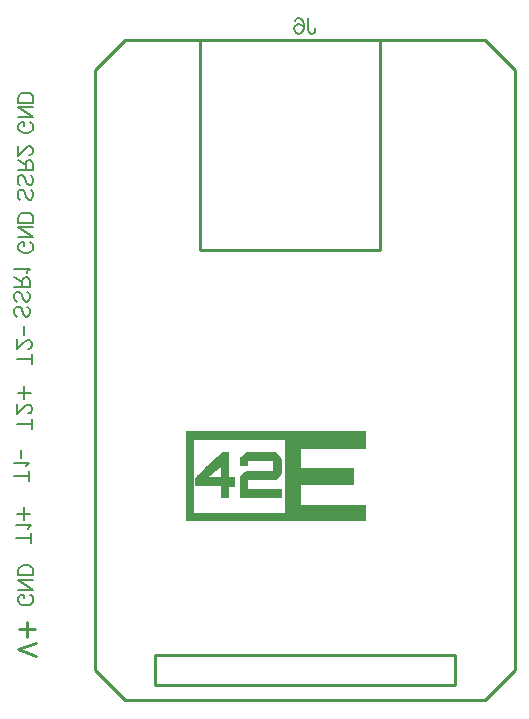
<source format=gbr>
G04 DipTrace 2.4.0.2*
%INToasty_BottomSilk.gbr*%
%MOIN*%
%ADD10C,0.0098*%
%ADD12C,0.003*%
%ADD61C,0.0077*%
%ADD62C,0.0093*%
%FSLAX44Y44*%
G04*
G70*
G90*
G75*
G01*
%LNBotSilk*%
%LPD*%
X14998Y1500D2*
D10*
X5002D1*
Y499D1*
X14998D1*
Y1500D1*
X12500Y22000D2*
X6500D1*
Y15000D1*
X12500D1*
Y22000D1*
X16000Y0D2*
X17000Y1001D1*
Y20999D1*
X16000Y22000D1*
X4000D1*
X3000Y20999D1*
Y1001D1*
X4000Y0D1*
X16000D1*
X6030Y8970D2*
D12*
X12000D1*
X6030Y8940D2*
X12000D1*
X6030Y8910D2*
X12000D1*
X6030Y8880D2*
X12000D1*
X6030Y8850D2*
X12000D1*
X6030Y8820D2*
X12000D1*
X6030Y8790D2*
X12000D1*
X6030Y8760D2*
X12000D1*
X6030Y8730D2*
X12000D1*
X6030Y8700D2*
X12000D1*
X6030Y8670D2*
X6270D1*
X9330D2*
X12000D1*
X6030Y8640D2*
X6270D1*
X9330D2*
X12000D1*
X6030Y8610D2*
X6270D1*
X9330D2*
X12000D1*
X6030Y8580D2*
X6270D1*
X9330D2*
X12000D1*
X6030Y8550D2*
X6270D1*
X9330D2*
X12000D1*
X6030Y8520D2*
X6270D1*
X9330D2*
X12000D1*
X6030Y8490D2*
X6270D1*
X9330D2*
X12000D1*
X6030Y8460D2*
X6270D1*
X9330D2*
X12000D1*
X6030Y8430D2*
X6270D1*
X9330D2*
X12000D1*
X6030Y8400D2*
X6270D1*
X9330D2*
X9840D1*
X6030Y8370D2*
X6270D1*
X9330D2*
X9840D1*
X6030Y8340D2*
X6270D1*
X9330D2*
X9840D1*
X6030Y8310D2*
X6270D1*
X9330D2*
X9840D1*
X6030Y8280D2*
X6270D1*
X7230D2*
X7440D1*
X8070D2*
X8970D1*
X9330D2*
X9840D1*
X6030Y8250D2*
X6270D1*
X7200D2*
X7440D1*
X8012D2*
X9028D1*
X9330D2*
X9840D1*
X6030Y8220D2*
X6270D1*
X7170D2*
X7440D1*
X7965D2*
X9074D1*
X9330D2*
X9840D1*
X6030Y8190D2*
X6270D1*
X7140D2*
X7440D1*
X7928D2*
X9109D1*
X9330D2*
X9840D1*
X6030Y8160D2*
X6270D1*
X7110D2*
X7440D1*
X7898D2*
X9134D1*
X9330D2*
X9840D1*
X6030Y8130D2*
X6270D1*
X7079D2*
X7440D1*
X7874D2*
X9154D1*
X9330D2*
X9840D1*
X6030Y8100D2*
X6270D1*
X7046D2*
X7440D1*
X7856D2*
X9171D1*
X9330D2*
X9840D1*
X6030Y8070D2*
X6270D1*
X7012D2*
X7440D1*
X7844D2*
X9186D1*
X9330D2*
X9840D1*
X6030Y8040D2*
X6270D1*
X6977D2*
X7440D1*
X7836D2*
X9197D1*
X9330D2*
X9840D1*
X6030Y8010D2*
X6270D1*
X6943D2*
X7440D1*
X7833D2*
X9204D1*
X9330D2*
X9840D1*
X6030Y7980D2*
X6270D1*
X6907D2*
X7440D1*
X7831D2*
X8070D1*
X8940D2*
X9208D1*
X9330D2*
X9840D1*
X6030Y7950D2*
X6270D1*
X6874D2*
X7440D1*
X7830D2*
X8070D1*
X8940D2*
X9209D1*
X9330D2*
X9840D1*
X6030Y7920D2*
X6270D1*
X6842D2*
X7440D1*
X7830D2*
X8070D1*
X8940D2*
X9210D1*
X9330D2*
X9840D1*
X6030Y7890D2*
X6270D1*
X6811D2*
X7440D1*
X7830D2*
X8070D1*
X8940D2*
X9210D1*
X9330D2*
X9840D1*
X6030Y7860D2*
X6270D1*
X6780D2*
X7440D1*
X7830D2*
X8070D1*
X8940D2*
X9210D1*
X9330D2*
X9840D1*
X6030Y7830D2*
X6270D1*
X6750D2*
X7440D1*
X8940D2*
X9210D1*
X9330D2*
X9840D1*
X6030Y7800D2*
X6270D1*
X6720D2*
X7440D1*
X8940D2*
X9210D1*
X9330D2*
X9840D1*
X6030Y7770D2*
X6270D1*
X6690D2*
X7146D1*
X7200D2*
X7440D1*
X8940D2*
X9210D1*
X9330D2*
X9840D1*
X6030Y7740D2*
X6270D1*
X6660D2*
X7098D1*
X7200D2*
X7440D1*
X8940D2*
X9210D1*
X9330D2*
X11610D1*
X6030Y7710D2*
X6270D1*
X6630D2*
X7058D1*
X7200D2*
X7440D1*
X8940D2*
X9210D1*
X9330D2*
X11610D1*
X6030Y7680D2*
X6270D1*
X6600D2*
X7023D1*
X7200D2*
X7440D1*
X8940D2*
X9210D1*
X9330D2*
X11610D1*
X6030Y7650D2*
X6270D1*
X6570D2*
X6990D1*
X7200D2*
X7440D1*
X8070D2*
X9209D1*
X9330D2*
X11610D1*
X6030Y7620D2*
X6270D1*
X6540D2*
X6955D1*
X7200D2*
X7440D1*
X8002D2*
X9205D1*
X9330D2*
X11610D1*
X6030Y7590D2*
X6270D1*
X6510D2*
X6918D1*
X7200D2*
X7440D1*
X7947D2*
X9197D1*
X9330D2*
X11610D1*
X6030Y7560D2*
X6270D1*
X6480D2*
X6880D1*
X7200D2*
X7440D1*
X7908D2*
X9185D1*
X9330D2*
X11610D1*
X6030Y7530D2*
X6270D1*
X6450D2*
X6845D1*
X7200D2*
X7440D1*
X7878D2*
X9171D1*
X9330D2*
X11610D1*
X6030Y7500D2*
X6270D1*
X6420D2*
X6812D1*
X7200D2*
X7440D1*
X7864D2*
X9156D1*
X9330D2*
X11610D1*
X6030Y7470D2*
X6270D1*
X6391D2*
X6781D1*
X7200D2*
X7440D1*
X7852D2*
X9136D1*
X9330D2*
X11610D1*
X6030Y7440D2*
X6270D1*
X6366D2*
X7650D1*
X7842D2*
X9108D1*
X9330D2*
X11610D1*
X6030Y7410D2*
X6270D1*
X6348D2*
X7650D1*
X7835D2*
X9072D1*
X9330D2*
X11610D1*
X6030Y7380D2*
X6270D1*
X6338D2*
X7650D1*
X7832D2*
X9030D1*
X9330D2*
X11610D1*
X6030Y7350D2*
X6270D1*
X6333D2*
X7650D1*
X7831D2*
X8070D1*
X9330D2*
X11610D1*
X6030Y7320D2*
X6270D1*
X6331D2*
X7650D1*
X7830D2*
X8070D1*
X9330D2*
X11610D1*
X6030Y7290D2*
X6270D1*
X6330D2*
X7650D1*
X7830D2*
X8070D1*
X9330D2*
X11610D1*
X6030Y7260D2*
X6270D1*
X6330D2*
X7650D1*
X7830D2*
X8070D1*
X9330D2*
X11610D1*
X6030Y7230D2*
X6270D1*
X6330D2*
X7650D1*
X7830D2*
X8070D1*
X9330D2*
X11610D1*
X6030Y7200D2*
X6270D1*
X6330D2*
X7650D1*
X7830D2*
X8070D1*
X9330D2*
X11610D1*
X6030Y7170D2*
X6270D1*
X6330D2*
X7650D1*
X7830D2*
X8070D1*
X9330D2*
X9840D1*
X6030Y7140D2*
X6270D1*
X7200D2*
X7440D1*
X7830D2*
X8070D1*
X9330D2*
X9840D1*
X6030Y7110D2*
X6270D1*
X7200D2*
X7440D1*
X7830D2*
X8070D1*
X9330D2*
X9840D1*
X6030Y7080D2*
X6270D1*
X7200D2*
X7440D1*
X7830D2*
X8070D1*
X9330D2*
X9840D1*
X6030Y7050D2*
X6270D1*
X7200D2*
X7440D1*
X7830D2*
X9210D1*
X9330D2*
X9840D1*
X6030Y7020D2*
X6270D1*
X7200D2*
X7440D1*
X7830D2*
X9210D1*
X9330D2*
X9840D1*
X6030Y6990D2*
X6270D1*
X7200D2*
X7440D1*
X7830D2*
X9210D1*
X9330D2*
X9840D1*
X6030Y6960D2*
X6270D1*
X7200D2*
X7440D1*
X7830D2*
X9210D1*
X9330D2*
X9840D1*
X6030Y6930D2*
X6270D1*
X7200D2*
X7440D1*
X7830D2*
X9210D1*
X9330D2*
X9840D1*
X6030Y6900D2*
X6270D1*
X7200D2*
X7440D1*
X7830D2*
X9210D1*
X9330D2*
X9840D1*
X6030Y6870D2*
X6270D1*
X7200D2*
X7440D1*
X7830D2*
X9210D1*
X9330D2*
X9840D1*
X6030Y6840D2*
X6270D1*
X7200D2*
X7440D1*
X7830D2*
X9210D1*
X9330D2*
X9840D1*
X6030Y6810D2*
X6270D1*
X7200D2*
X7440D1*
X7830D2*
X9210D1*
X9330D2*
X9840D1*
X6030Y6780D2*
X6270D1*
X7200D2*
X7440D1*
X7830D2*
X9210D1*
X9330D2*
X9840D1*
X6030Y6750D2*
X6270D1*
X9330D2*
X9840D1*
X6030Y6720D2*
X6270D1*
X9330D2*
X9840D1*
X6030Y6690D2*
X6270D1*
X9330D2*
X9840D1*
X6030Y6660D2*
X6270D1*
X9330D2*
X9840D1*
X6030Y6630D2*
X6270D1*
X9330D2*
X9840D1*
X6030Y6600D2*
X6270D1*
X9330D2*
X9840D1*
X6030Y6570D2*
X6270D1*
X9330D2*
X9840D1*
X6030Y6540D2*
X6270D1*
X9330D2*
X9840D1*
X6030Y6510D2*
X6270D1*
X9330D2*
X12000D1*
X6030Y6480D2*
X6270D1*
X9330D2*
X12000D1*
X6030Y6450D2*
X6270D1*
X9330D2*
X12000D1*
X6030Y6420D2*
X6270D1*
X9330D2*
X12000D1*
X6030Y6390D2*
X6270D1*
X9330D2*
X12000D1*
X6030Y6360D2*
X6270D1*
X9330D2*
X12000D1*
X6030Y6330D2*
X6270D1*
X9330D2*
X12000D1*
X6030Y6300D2*
X6270D1*
X9330D2*
X12000D1*
X6030Y6270D2*
X6270D1*
X9330D2*
X12000D1*
X6030Y6240D2*
X12000D1*
X6030Y6210D2*
X12000D1*
X6030Y6180D2*
X12000D1*
X6030Y6150D2*
X12000D1*
X6030Y6120D2*
X12000D1*
X6030Y6090D2*
X12000D1*
X6030Y6060D2*
X12000D1*
X6030Y6030D2*
X12000D1*
X6030Y6000D2*
X12000D1*
X6030Y8970D2*
Y8940D1*
Y8910D1*
Y8880D1*
Y8850D1*
Y8820D1*
Y8790D1*
Y8760D1*
Y8730D1*
Y8700D1*
Y8670D1*
Y8640D1*
Y8610D1*
Y8580D1*
Y8550D1*
Y8520D1*
Y8490D1*
Y8460D1*
Y8430D1*
Y8400D1*
Y8370D1*
Y8340D1*
Y8310D1*
Y8280D1*
Y8250D1*
Y8220D1*
Y8190D1*
Y8160D1*
Y8130D1*
Y8100D1*
Y8070D1*
Y8040D1*
Y8010D1*
Y7980D1*
Y7950D1*
Y7920D1*
Y7890D1*
Y7860D1*
Y7830D1*
Y7800D1*
Y7770D1*
Y7740D1*
Y7710D1*
Y7680D1*
Y7650D1*
Y7620D1*
Y7590D1*
Y7560D1*
Y7530D1*
Y7500D1*
Y7470D1*
Y7440D1*
Y7410D1*
Y7380D1*
Y7350D1*
Y7320D1*
Y7290D1*
Y7260D1*
Y7230D1*
Y7200D1*
Y7170D1*
Y7140D1*
Y7110D1*
Y7080D1*
Y7050D1*
Y7020D1*
Y6990D1*
Y6960D1*
Y6930D1*
Y6900D1*
Y6870D1*
Y6840D1*
Y6810D1*
Y6780D1*
Y6750D1*
Y6720D1*
Y6690D1*
Y6660D1*
Y6630D1*
Y6600D1*
Y6570D1*
Y6540D1*
Y6510D1*
Y6480D1*
Y6450D1*
Y6420D1*
Y6390D1*
Y6360D1*
Y6330D1*
Y6300D1*
Y6270D1*
Y6240D1*
Y6210D1*
Y6180D1*
Y6150D1*
Y6120D1*
Y6090D1*
Y6060D1*
Y6030D1*
Y6000D1*
X12000Y8970D2*
Y8940D1*
Y8910D1*
Y8880D1*
Y8850D1*
Y8820D1*
Y8790D1*
Y8760D1*
Y8730D1*
Y8700D1*
Y8670D1*
Y8640D1*
Y8610D1*
Y8580D1*
Y8550D1*
Y8520D1*
Y8490D1*
Y8460D1*
Y8430D1*
X6270Y8700D2*
Y8670D1*
Y8640D1*
Y8610D1*
Y8580D1*
Y8550D1*
Y8520D1*
Y8490D1*
Y8460D1*
Y8430D1*
Y8400D1*
Y8370D1*
Y8340D1*
Y8310D1*
Y8280D1*
Y8250D1*
Y8220D1*
Y8190D1*
Y8160D1*
Y8130D1*
Y8100D1*
Y8070D1*
Y8040D1*
Y8010D1*
Y7980D1*
Y7950D1*
Y7920D1*
Y7890D1*
Y7860D1*
Y7830D1*
Y7800D1*
Y7770D1*
Y7740D1*
Y7710D1*
Y7680D1*
Y7650D1*
Y7620D1*
Y7590D1*
Y7560D1*
Y7530D1*
Y7500D1*
Y7470D1*
Y7440D1*
Y7410D1*
Y7380D1*
Y7350D1*
Y7320D1*
Y7290D1*
Y7260D1*
Y7230D1*
Y7200D1*
Y7170D1*
Y7140D1*
Y7110D1*
Y7080D1*
Y7050D1*
Y7020D1*
Y6990D1*
Y6960D1*
Y6930D1*
Y6900D1*
Y6870D1*
Y6840D1*
Y6810D1*
Y6780D1*
Y6750D1*
Y6720D1*
Y6690D1*
Y6660D1*
Y6630D1*
Y6600D1*
Y6570D1*
Y6540D1*
Y6510D1*
Y6480D1*
Y6450D1*
Y6420D1*
Y6390D1*
Y6360D1*
Y6330D1*
Y6300D1*
Y6270D1*
Y6240D1*
X9330Y8700D2*
Y8670D1*
Y8640D1*
Y8610D1*
Y8580D1*
Y8550D1*
Y8520D1*
Y8490D1*
Y8460D1*
Y8430D1*
Y8400D1*
Y8370D1*
Y8340D1*
Y8310D1*
Y8280D1*
Y8250D1*
Y8220D1*
Y8190D1*
Y8160D1*
Y8130D1*
Y8100D1*
Y8070D1*
Y8040D1*
Y8010D1*
Y7980D1*
Y7950D1*
Y7920D1*
Y7890D1*
Y7860D1*
Y7830D1*
Y7800D1*
Y7770D1*
Y7740D1*
Y7710D1*
Y7680D1*
Y7650D1*
Y7620D1*
Y7590D1*
Y7560D1*
Y7530D1*
Y7500D1*
Y7470D1*
Y7440D1*
Y7410D1*
Y7380D1*
Y7350D1*
Y7320D1*
Y7290D1*
Y7260D1*
Y7230D1*
Y7200D1*
Y7170D1*
Y7140D1*
Y7110D1*
Y7080D1*
Y7050D1*
Y7020D1*
Y6990D1*
Y6960D1*
Y6930D1*
Y6900D1*
Y6870D1*
Y6840D1*
Y6810D1*
Y6780D1*
Y6750D1*
Y6720D1*
Y6690D1*
Y6660D1*
Y6630D1*
Y6600D1*
Y6570D1*
Y6540D1*
Y6510D1*
Y6480D1*
Y6450D1*
Y6420D1*
Y6390D1*
Y6360D1*
Y6330D1*
Y6300D1*
Y6270D1*
Y6240D1*
X9840Y8430D2*
Y8400D1*
Y8370D1*
Y8340D1*
Y8310D1*
Y8280D1*
Y8250D1*
Y8220D1*
Y8190D1*
Y8160D1*
Y8130D1*
Y8100D1*
Y8070D1*
Y8040D1*
Y8010D1*
Y7980D1*
Y7950D1*
Y7920D1*
Y7890D1*
Y7860D1*
Y7830D1*
Y7800D1*
Y7770D1*
Y7740D1*
X7230Y8280D2*
X7200Y8250D1*
X7170Y8220D1*
X7140Y8190D1*
X7110Y8160D1*
X7079Y8130D1*
X7046Y8100D1*
X7012Y8070D1*
X6977Y8040D1*
X6943Y8010D1*
X6907Y7980D1*
X6874Y7950D1*
X6842Y7920D1*
X6811Y7890D1*
X6780Y7860D1*
X6750Y7830D1*
X6720Y7800D1*
X6690Y7770D1*
X6660Y7740D1*
X6630Y7710D1*
X6600Y7680D1*
X6570Y7650D1*
X6540Y7620D1*
X6510Y7590D1*
X6480Y7560D1*
X6450Y7530D1*
X6420Y7500D1*
X6391Y7470D1*
X6366Y7440D1*
X6348Y7410D1*
X6338Y7380D1*
X6333Y7350D1*
X6331Y7320D1*
X6330Y7290D1*
Y7260D1*
Y7230D1*
Y7200D1*
Y7170D1*
X7440Y8280D2*
Y8250D1*
Y8220D1*
Y8190D1*
Y8160D1*
Y8130D1*
Y8100D1*
Y8070D1*
Y8040D1*
Y8010D1*
Y7980D1*
Y7950D1*
Y7920D1*
Y7890D1*
Y7860D1*
Y7830D1*
Y7800D1*
Y7770D1*
Y7740D1*
Y7710D1*
Y7680D1*
Y7650D1*
Y7620D1*
Y7590D1*
Y7560D1*
Y7530D1*
Y7500D1*
Y7470D1*
Y7440D1*
X7650D1*
Y7410D1*
Y7380D1*
Y7350D1*
Y7320D1*
Y7290D1*
Y7260D1*
Y7230D1*
Y7200D1*
Y7170D1*
Y7140D1*
X7440D1*
Y7110D1*
Y7080D1*
Y7050D1*
Y7020D1*
Y6990D1*
Y6960D1*
Y6930D1*
Y6900D1*
Y6870D1*
Y6840D1*
Y6810D1*
Y6780D1*
X8070Y8280D2*
X8012Y8250D1*
X7965Y8220D1*
X7928Y8190D1*
X7898Y8160D1*
X7874Y8130D1*
X7856Y8100D1*
X7844Y8070D1*
X7836Y8040D1*
X7833Y8010D1*
X7831Y7980D1*
X7830Y7950D1*
Y7920D1*
Y7890D1*
Y7860D1*
X8970Y8280D2*
X9028Y8250D1*
X9074Y8220D1*
X9109Y8190D1*
X9134Y8160D1*
X9154Y8130D1*
X9171Y8100D1*
X9186Y8070D1*
X9197Y8040D1*
X9204Y8010D1*
X9208Y7980D1*
X9209Y7950D1*
X9210Y7920D1*
Y7890D1*
Y7860D1*
Y7830D1*
Y7800D1*
Y7770D1*
Y7740D1*
Y7710D1*
Y7680D1*
X9209Y7650D1*
X9205Y7620D1*
X9197Y7590D1*
X9185Y7560D1*
X9171Y7530D1*
X9156Y7500D1*
X9136Y7470D1*
X9108Y7440D1*
X9072Y7410D1*
X9030Y7380D1*
X8070Y8010D2*
Y7980D1*
Y7950D1*
Y7920D1*
Y7890D1*
Y7860D1*
X8940Y8010D2*
Y7980D1*
Y7950D1*
Y7920D1*
Y7890D1*
Y7860D1*
Y7830D1*
Y7800D1*
Y7770D1*
Y7740D1*
Y7710D1*
Y7680D1*
Y7650D1*
X7200Y7800D2*
X7146Y7770D1*
X7098Y7740D1*
X7058Y7710D1*
X7023Y7680D1*
X6990Y7650D1*
X6955Y7620D1*
X6918Y7590D1*
X6880Y7560D1*
X6845Y7530D1*
X6812Y7500D1*
X6781Y7470D1*
X6750Y7440D1*
X7200Y7800D2*
Y7770D1*
Y7740D1*
Y7710D1*
Y7680D1*
Y7650D1*
Y7620D1*
Y7590D1*
Y7560D1*
Y7530D1*
Y7500D1*
Y7470D1*
Y7440D1*
X11610Y7740D2*
Y7710D1*
Y7680D1*
Y7650D1*
Y7620D1*
Y7590D1*
Y7560D1*
Y7530D1*
Y7500D1*
Y7470D1*
Y7440D1*
Y7410D1*
Y7380D1*
Y7350D1*
Y7320D1*
Y7290D1*
Y7260D1*
Y7230D1*
Y7200D1*
X8070Y7650D2*
X8002Y7620D1*
X7947Y7590D1*
X7908Y7560D1*
X7878Y7530D1*
X7864Y7500D1*
X7852Y7470D1*
X7842Y7440D1*
X7835Y7410D1*
X7832Y7380D1*
X7831Y7350D1*
X7830Y7320D1*
Y7290D1*
Y7260D1*
Y7230D1*
Y7200D1*
Y7170D1*
Y7140D1*
Y7110D1*
Y7080D1*
Y7050D1*
Y7020D1*
Y6990D1*
Y6960D1*
Y6930D1*
Y6900D1*
Y6870D1*
Y6840D1*
Y6810D1*
Y6780D1*
X8070Y7380D2*
Y7350D1*
Y7320D1*
Y7290D1*
Y7260D1*
Y7230D1*
Y7200D1*
Y7170D1*
Y7140D1*
Y7110D1*
Y7080D1*
Y7050D1*
X9840Y7200D2*
Y7170D1*
Y7140D1*
Y7110D1*
Y7080D1*
Y7050D1*
Y7020D1*
Y6990D1*
Y6960D1*
Y6930D1*
Y6900D1*
Y6870D1*
Y6840D1*
Y6810D1*
Y6780D1*
Y6750D1*
Y6720D1*
Y6690D1*
Y6660D1*
Y6630D1*
Y6600D1*
Y6570D1*
Y6540D1*
Y6510D1*
X7200Y7170D2*
Y7140D1*
Y7110D1*
Y7080D1*
Y7050D1*
Y7020D1*
Y6990D1*
Y6960D1*
Y6930D1*
Y6900D1*
Y6870D1*
Y6840D1*
Y6810D1*
Y6780D1*
X9210Y7050D2*
Y7020D1*
Y6990D1*
Y6960D1*
Y6930D1*
Y6900D1*
Y6870D1*
Y6840D1*
Y6810D1*
Y6780D1*
X12000Y6510D2*
Y6480D1*
Y6450D1*
Y6420D1*
Y6390D1*
Y6360D1*
Y6330D1*
Y6300D1*
Y6270D1*
Y6240D1*
Y6210D1*
Y6180D1*
Y6150D1*
Y6120D1*
Y6090D1*
Y6060D1*
Y6030D1*
Y6000D1*
X10113Y22732D2*
D61*
Y22350D1*
X10137Y22278D1*
X10161Y22254D1*
X10208Y22230D1*
X10257D1*
X10304Y22254D1*
X10328Y22278D1*
X10352Y22350D1*
Y22397D1*
X9672Y22660D2*
X9695Y22708D1*
X9767Y22732D1*
X9815D1*
X9887Y22708D1*
X9935Y22636D1*
X9958Y22517D1*
Y22397D1*
X9935Y22302D1*
X9887Y22254D1*
X9815Y22230D1*
X9791D1*
X9720Y22254D1*
X9672Y22302D1*
X9648Y22374D1*
Y22397D1*
X9672Y22469D1*
X9720Y22517D1*
X9791Y22540D1*
X9815D1*
X9887Y22517D1*
X9935Y22469D1*
X9958Y22397D1*
X1042Y1469D2*
D62*
X439Y1698D1*
X1042Y1928D1*
X998Y2371D2*
X482D1*
X740Y2113D2*
Y2630D1*
X831Y3528D2*
D61*
X878Y3504D1*
X926Y3456D1*
X950Y3408D1*
Y3313D1*
X926Y3265D1*
X878Y3217D1*
X831Y3193D1*
X759Y3169D1*
X639D1*
X568Y3193D1*
X519Y3217D1*
X472Y3265D1*
X448Y3313D1*
Y3408D1*
X472Y3456D1*
X519Y3504D1*
X568Y3528D1*
X639D1*
Y3408D1*
X950Y4017D2*
X448D1*
X950Y3682D1*
X448D1*
X950Y4171D2*
X448D1*
Y4339D1*
X472Y4411D1*
X519Y4459D1*
X568Y4483D1*
X639Y4506D1*
X759D1*
X831Y4483D1*
X878Y4459D1*
X926Y4411D1*
X950Y4339D1*
Y4171D1*
X831Y15278D2*
X878Y15254D1*
X926Y15206D1*
X950Y15158D1*
Y15063D1*
X926Y15015D1*
X878Y14967D1*
X831Y14943D1*
X759Y14919D1*
X639D1*
X568Y14943D1*
X519Y14967D1*
X472Y15015D1*
X448Y15063D1*
Y15158D1*
X472Y15206D1*
X519Y15254D1*
X568Y15278D1*
X639D1*
Y15158D1*
X950Y15767D2*
X448D1*
X950Y15432D1*
X448D1*
X950Y15921D2*
X448D1*
Y16089D1*
X472Y16161D1*
X519Y16209D1*
X568Y16233D1*
X639Y16256D1*
X759D1*
X831Y16233D1*
X878Y16209D1*
X926Y16161D1*
X950Y16089D1*
Y15921D1*
X831Y19278D2*
X878Y19254D1*
X926Y19206D1*
X950Y19158D1*
Y19063D1*
X926Y19015D1*
X878Y18967D1*
X831Y18943D1*
X759Y18919D1*
X639D1*
X568Y18943D1*
X519Y18967D1*
X472Y19015D1*
X448Y19063D1*
Y19158D1*
X472Y19206D1*
X519Y19254D1*
X568Y19278D1*
X639D1*
Y19158D1*
X950Y19767D2*
X448D1*
X950Y19432D1*
X448D1*
X950Y19921D2*
X448D1*
Y20089D1*
X472Y20161D1*
X519Y20209D1*
X568Y20233D1*
X639Y20256D1*
X759D1*
X831Y20233D1*
X878Y20209D1*
X926Y20161D1*
X950Y20089D1*
Y19921D1*
X878Y5408D2*
X376D1*
X878Y5241D2*
Y5576D1*
X782Y5730D2*
X807Y5778D1*
X878Y5850D1*
X376D1*
X842Y6219D2*
X412D1*
X627Y6004D2*
Y6435D1*
X801Y7485D2*
X299D1*
X801Y7318D2*
Y7653D1*
X705Y7807D2*
X729Y7855D1*
X801Y7927D1*
X299D1*
X550Y8081D2*
Y8358D1*
X909Y9223D2*
X406D1*
X909Y9056D2*
Y9391D1*
X789Y9570D2*
X813D1*
X861Y9593D1*
X885Y9617D1*
X908Y9665D1*
Y9761D1*
X885Y9808D1*
X861Y9832D1*
X813Y9856D1*
X765D1*
X717Y9832D1*
X646Y9785D1*
X406Y9545D1*
Y9880D1*
X873Y10250D2*
X442D1*
X657Y10035D2*
Y10465D1*
X909Y11378D2*
X406D1*
X909Y11210D2*
Y11545D1*
X789Y11724D2*
X813D1*
X861Y11748D1*
X885Y11771D1*
X908Y11819D1*
Y11915D1*
X885Y11963D1*
X861Y11986D1*
X813Y12011D1*
X765D1*
X717Y11986D1*
X646Y11939D1*
X406Y11700D1*
Y12034D1*
X657Y12189D2*
Y12465D1*
X753Y13129D2*
X802Y13081D1*
X825Y13009D1*
Y12914D1*
X802Y12842D1*
X753Y12794D1*
X706D1*
X658Y12818D1*
X634Y12842D1*
X610Y12889D1*
X562Y13033D1*
X538Y13081D1*
X514Y13105D1*
X467Y13129D1*
X395D1*
X347Y13081D1*
X323Y13009D1*
Y12914D1*
X347Y12842D1*
X395Y12794D1*
X753Y13618D2*
X802Y13570D1*
X825Y13499D1*
Y13403D1*
X802Y13331D1*
X753Y13283D1*
X706D1*
X658Y13307D1*
X634Y13331D1*
X610Y13379D1*
X562Y13522D1*
X538Y13570D1*
X514Y13594D1*
X467Y13618D1*
X395D1*
X347Y13570D1*
X323Y13499D1*
Y13403D1*
X347Y13331D1*
X395Y13283D1*
X586Y13772D2*
Y13987D1*
X610Y14059D1*
X634Y14084D1*
X682Y14107D1*
X730D1*
X777Y14084D1*
X802Y14059D1*
X825Y13987D1*
Y13772D1*
X323D1*
X586Y13940D2*
X323Y14107D1*
X729Y14262D2*
X753Y14310D1*
X825Y14382D1*
X323D1*
X861Y17021D2*
X909Y16974D1*
X933Y16902D1*
Y16806D1*
X909Y16734D1*
X861Y16686D1*
X813D1*
X765Y16711D1*
X742Y16734D1*
X718Y16782D1*
X670Y16926D1*
X646Y16974D1*
X622Y16997D1*
X574Y17021D1*
X502D1*
X455Y16974D1*
X430Y16902D1*
Y16806D1*
X455Y16734D1*
X502Y16686D1*
X861Y17510D2*
X909Y17463D1*
X933Y17391D1*
Y17295D1*
X909Y17224D1*
X861Y17176D1*
X813D1*
X765Y17200D1*
X742Y17224D1*
X718Y17271D1*
X670Y17415D1*
X646Y17463D1*
X622Y17487D1*
X574Y17510D1*
X502D1*
X455Y17463D1*
X430Y17391D1*
Y17295D1*
X455Y17224D1*
X502Y17176D1*
X693Y17665D2*
Y17880D1*
X718Y17952D1*
X742Y17976D1*
X789Y18000D1*
X837D1*
X885Y17976D1*
X909Y17952D1*
X933Y17880D1*
Y17665D1*
X430D1*
X693Y17832D2*
X430Y18000D1*
X813Y18179D2*
X837D1*
X885Y18202D1*
X908Y18226D1*
X932Y18274D1*
Y18370D1*
X908Y18417D1*
X885Y18441D1*
X837Y18465D1*
X789D1*
X741Y18441D1*
X670Y18394D1*
X430Y18154D1*
Y18489D1*
M02*

</source>
